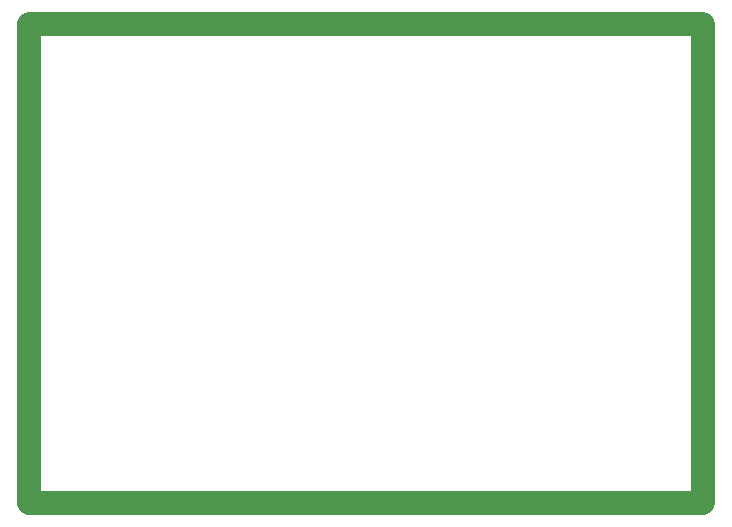
<source format=gko>
%FSLAX25Y25*%
%MOIN*%
G70*
G01*
G75*
G04 Layer_Color=16711935*
%ADD10R,0.05906X0.05906*%
%ADD11C,0.05906*%
%ADD12R,0.05906X0.05906*%
%ADD13O,0.17716X0.07874*%
%ADD14O,0.15748X0.07874*%
%ADD15O,0.07874X0.15748*%
%ADD16C,0.05906*%
%ADD17C,0.03150*%
%ADD18C,0.01969*%
%ADD19O,0.05906X0.09055*%
%ADD20R,0.05906X0.12598*%
%ADD21R,0.07874X0.03937*%
%ADD22R,0.03543X0.03150*%
%ADD23R,0.06102X0.06102*%
%ADD24O,0.01575X0.06299*%
%ADD25R,0.01575X0.06299*%
%ADD26R,0.11811X0.05906*%
%ADD27R,0.04724X0.05512*%
%ADD28R,0.05512X0.04724*%
%ADD29C,0.01181*%
%ADD30C,0.03937*%
%ADD31C,0.02362*%
%ADD32C,0.03150*%
%ADD33C,0.01575*%
%ADD34C,0.01000*%
%ADD35C,0.00787*%
%ADD36C,0.00800*%
%ADD37C,0.00591*%
%ADD38R,0.06706X0.06706*%
%ADD39C,0.06706*%
%ADD40R,0.06706X0.06706*%
%ADD41O,0.18517X0.08674*%
%ADD42O,0.16548X0.08674*%
%ADD43O,0.08674X0.16548*%
%ADD44C,0.06706*%
%ADD45C,0.03950*%
%ADD46C,0.02769*%
%ADD47O,0.06706X0.09855*%
%ADD48R,0.06706X0.13398*%
%ADD49R,0.08674X0.04737*%
%ADD50R,0.04343X0.03950*%
%ADD51R,0.06902X0.06902*%
%ADD52O,0.02375X0.07099*%
%ADD53R,0.02375X0.07099*%
%ADD54R,0.12611X0.06706*%
%ADD55R,0.05524X0.06312*%
%ADD56R,0.06312X0.05524*%
%ADD57C,0.07874*%
D57*
X300300Y345100D02*
X524900D01*
Y185500D02*
Y344400D01*
X300300Y185500D02*
X524900D01*
X300300D02*
Y345100D01*
M02*

</source>
